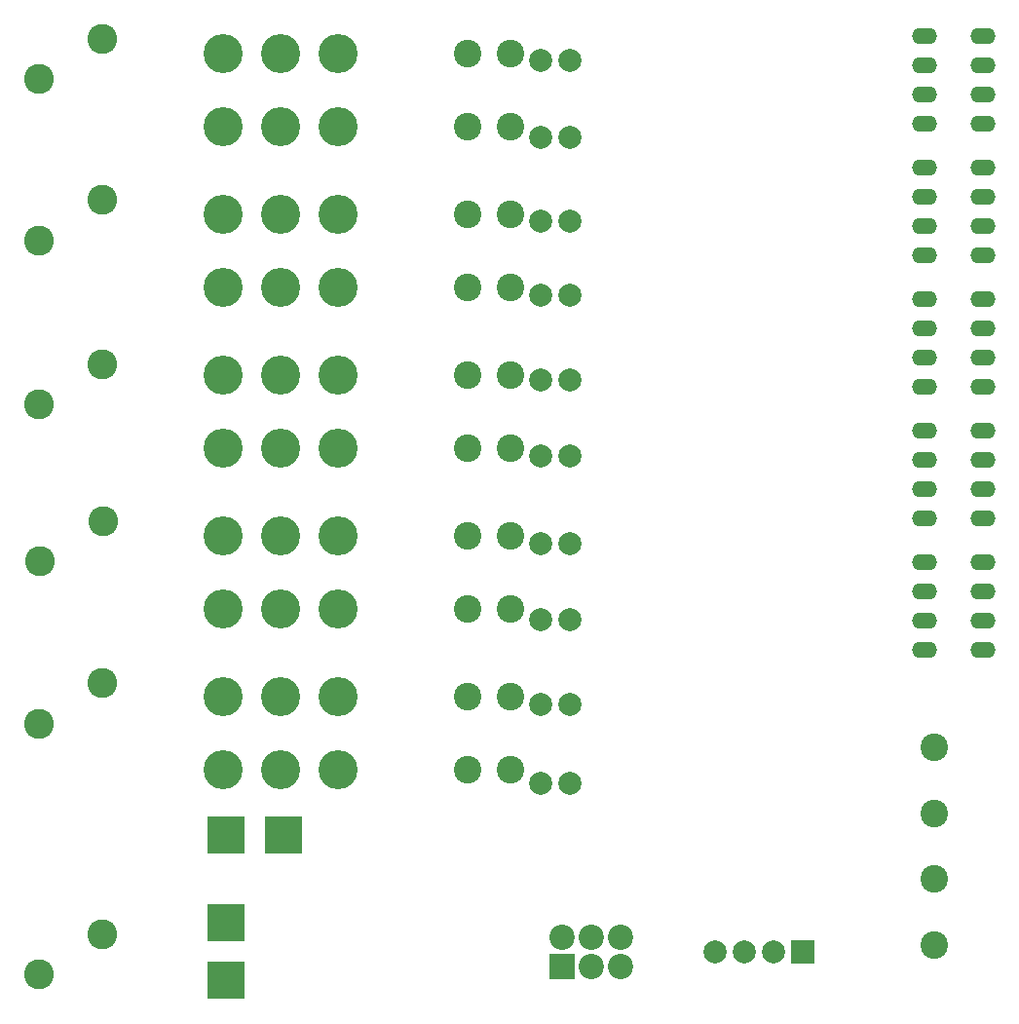
<source format=gbr>
G04 #@! TF.GenerationSoftware,KiCad,Pcbnew,5.0.0-fee4fd1~66~ubuntu16.04.1*
G04 #@! TF.CreationDate,2018-09-19T21:28:41+02:00*
G04 #@! TF.ProjectId,motor_switch_3pole_5x,6D6F746F725F7377697463685F33706F,1*
G04 #@! TF.SameCoordinates,Original*
G04 #@! TF.FileFunction,Soldermask,Top*
G04 #@! TF.FilePolarity,Negative*
%FSLAX46Y46*%
G04 Gerber Fmt 4.6, Leading zero omitted, Abs format (unit mm)*
G04 Created by KiCad (PCBNEW 5.0.0-fee4fd1~66~ubuntu16.04.1) date Wed Sep 19 21:28:41 2018*
%MOMM*%
%LPD*%
G01*
G04 APERTURE LIST*
%ADD10C,2.400000*%
%ADD11C,2.000000*%
%ADD12R,2.000000X2.000000*%
%ADD13R,2.200000X2.200000*%
%ADD14C,2.200000*%
%ADD15C,3.400000*%
%ADD16C,2.600000*%
%ADD17O,2.200000X1.400000*%
%ADD18R,3.300000X3.300000*%
G04 APERTURE END LIST*
D10*
G04 #@! TO.C,J13*
X183515000Y-133350000D03*
G04 #@! TD*
G04 #@! TO.C,J14*
X183515000Y-127635000D03*
G04 #@! TD*
G04 #@! TO.C,J15*
X183515000Y-121920000D03*
G04 #@! TD*
G04 #@! TO.C,J16*
X183515000Y-116205000D03*
G04 #@! TD*
D11*
G04 #@! TO.C,U7*
X164465000Y-133985000D03*
X167005000Y-133985000D03*
X169545000Y-133985000D03*
D12*
X172085000Y-133985000D03*
G04 #@! TD*
D13*
G04 #@! TO.C,J12*
X151130000Y-135255000D03*
D14*
X151130000Y-132715000D03*
X153670000Y-135255000D03*
X153670000Y-132715000D03*
X156210000Y-135255000D03*
X156210000Y-132715000D03*
G04 #@! TD*
D11*
G04 #@! TO.C,D23*
X149276000Y-56440000D03*
X151816000Y-56440000D03*
G04 #@! TD*
G04 #@! TO.C,D24*
X149276000Y-63146000D03*
X151816000Y-63146000D03*
G04 #@! TD*
G04 #@! TO.C,D25*
X149276000Y-70440000D03*
X151816000Y-70440000D03*
G04 #@! TD*
G04 #@! TO.C,D26*
X149276000Y-76862000D03*
X151816000Y-76862000D03*
G04 #@! TD*
G04 #@! TO.C,D27*
X149276000Y-84291500D03*
X151816000Y-84291500D03*
G04 #@! TD*
G04 #@! TO.C,D28*
X149276000Y-90832000D03*
X151816000Y-90832000D03*
G04 #@! TD*
G04 #@! TO.C,D29*
X149276000Y-98452000D03*
X151816000Y-98452000D03*
G04 #@! TD*
G04 #@! TO.C,D30*
X149276000Y-105056000D03*
X151816000Y-105056000D03*
G04 #@! TD*
G04 #@! TO.C,D31*
X149276000Y-112422000D03*
X151816000Y-112422000D03*
G04 #@! TD*
G04 #@! TO.C,D32*
X149276000Y-119280000D03*
X151816000Y-119280000D03*
G04 #@! TD*
D15*
G04 #@! TO.C,REL5*
X121685000Y-83820000D03*
X126685000Y-83820000D03*
X131685000Y-83820000D03*
D10*
X142935000Y-83820000D03*
X146685000Y-83820000D03*
G04 #@! TD*
D15*
G04 #@! TO.C,REL1*
X121685000Y-55880000D03*
X126685000Y-55880000D03*
X131685000Y-55880000D03*
D10*
X142935000Y-55880000D03*
X146685000Y-55880000D03*
G04 #@! TD*
D15*
G04 #@! TO.C,REL2*
X121685000Y-62230000D03*
X126685000Y-62230000D03*
X131685000Y-62230000D03*
D10*
X142935000Y-62230000D03*
X146685000Y-62230000D03*
G04 #@! TD*
D15*
G04 #@! TO.C,REL3*
X121685000Y-69850000D03*
X126685000Y-69850000D03*
X131685000Y-69850000D03*
D10*
X142935000Y-69850000D03*
X146685000Y-69850000D03*
G04 #@! TD*
D15*
G04 #@! TO.C,REL4*
X121685000Y-76200000D03*
X126685000Y-76200000D03*
X131685000Y-76200000D03*
D10*
X142935000Y-76200000D03*
X146685000Y-76200000D03*
G04 #@! TD*
D15*
G04 #@! TO.C,REL6*
X121685000Y-90170000D03*
X126685000Y-90170000D03*
X131685000Y-90170000D03*
D10*
X142935000Y-90170000D03*
X146685000Y-90170000D03*
G04 #@! TD*
D15*
G04 #@! TO.C,REL7*
X121685000Y-97790000D03*
X126685000Y-97790000D03*
X131685000Y-97790000D03*
D10*
X142935000Y-97790000D03*
X146685000Y-97790000D03*
G04 #@! TD*
D15*
G04 #@! TO.C,REL8*
X121685000Y-104140000D03*
X126685000Y-104140000D03*
X131685000Y-104140000D03*
D10*
X142935000Y-104140000D03*
X146685000Y-104140000D03*
G04 #@! TD*
D15*
G04 #@! TO.C,REL9*
X121685000Y-111760000D03*
X126685000Y-111760000D03*
X131685000Y-111760000D03*
D10*
X142935000Y-111760000D03*
X146685000Y-111760000D03*
G04 #@! TD*
D15*
G04 #@! TO.C,REL10*
X121685000Y-118110000D03*
X126685000Y-118110000D03*
X131685000Y-118110000D03*
D10*
X142935000Y-118110000D03*
X146685000Y-118110000D03*
G04 #@! TD*
D16*
G04 #@! TO.C,J2*
X105710000Y-58110000D03*
X111210000Y-54610000D03*
G04 #@! TD*
G04 #@! TO.C,J1*
X105710000Y-135890000D03*
X111210000Y-132390000D03*
G04 #@! TD*
G04 #@! TO.C,J3*
X105710000Y-72110000D03*
X111210000Y-68610000D03*
G04 #@! TD*
G04 #@! TO.C,J4*
X105710000Y-86360000D03*
X111210000Y-82860000D03*
G04 #@! TD*
G04 #@! TO.C,J5*
X105810000Y-100020000D03*
X111310000Y-96520000D03*
G04 #@! TD*
G04 #@! TO.C,J6*
X105710000Y-114110000D03*
X111210000Y-110610000D03*
G04 #@! TD*
D17*
G04 #@! TO.C,J7*
X182626000Y-61976000D03*
X182626000Y-59436000D03*
X182626000Y-56896000D03*
X182626000Y-54356000D03*
X187706000Y-61976000D03*
X187706000Y-59436000D03*
X187706000Y-54356000D03*
X187706000Y-56896000D03*
G04 #@! TD*
G04 #@! TO.C,J8*
X182626000Y-73406000D03*
X182626000Y-70866000D03*
X182626000Y-68326000D03*
X182626000Y-65786000D03*
X187706000Y-73406000D03*
X187706000Y-70866000D03*
X187706000Y-65786000D03*
X187706000Y-68326000D03*
G04 #@! TD*
G04 #@! TO.C,J9*
X182626000Y-84836000D03*
X182626000Y-82296000D03*
X182626000Y-79756000D03*
X182626000Y-77216000D03*
X187706000Y-84836000D03*
X187706000Y-82296000D03*
X187706000Y-77216000D03*
X187706000Y-79756000D03*
G04 #@! TD*
G04 #@! TO.C,J10*
X182626000Y-96266000D03*
X182626000Y-93726000D03*
X182626000Y-91186000D03*
X182626000Y-88646000D03*
X187706000Y-96266000D03*
X187706000Y-93726000D03*
X187706000Y-88646000D03*
X187706000Y-91186000D03*
G04 #@! TD*
G04 #@! TO.C,J11*
X182626000Y-107696000D03*
X182626000Y-105156000D03*
X182626000Y-102616000D03*
X182626000Y-100076000D03*
X187706000Y-107696000D03*
X187706000Y-105156000D03*
X187706000Y-100076000D03*
X187706000Y-102616000D03*
G04 #@! TD*
D18*
G04 #@! TO.C,J17*
X121920000Y-131445000D03*
X121920000Y-136443720D03*
G04 #@! TD*
G04 #@! TO.C,J18*
X126918720Y-123825000D03*
X121920000Y-123825000D03*
G04 #@! TD*
M02*

</source>
